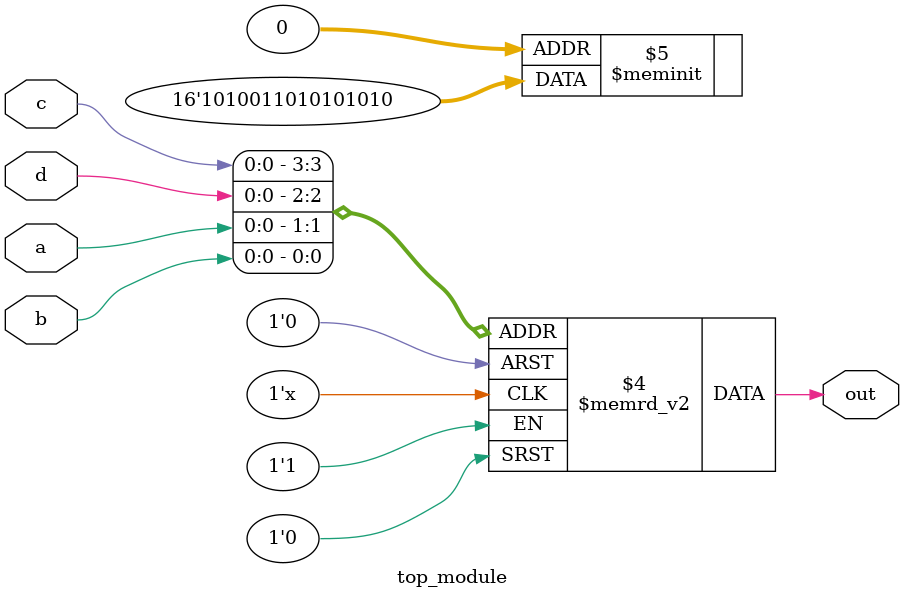
<source format=sv>
module top_module (
	input a, 
	input b,
	input c,
	input d,
	output reg out
);

always @(*) begin
	case ({c, d, a, b})
		4'b0000, 4'b0010, 4'b0110, 4'b1000, 4'b1100: out = 0;
		4'b0001, 4'b0011, 4'b0101, 4'b0111, 4'b1001, 4'b1010, 4'b1101, 4'b1111: out = 1;
		4'b0100, 4'b1011, 4'b1110: out = 0;
		default: out = 0;
	endcase
end

endmodule

</source>
